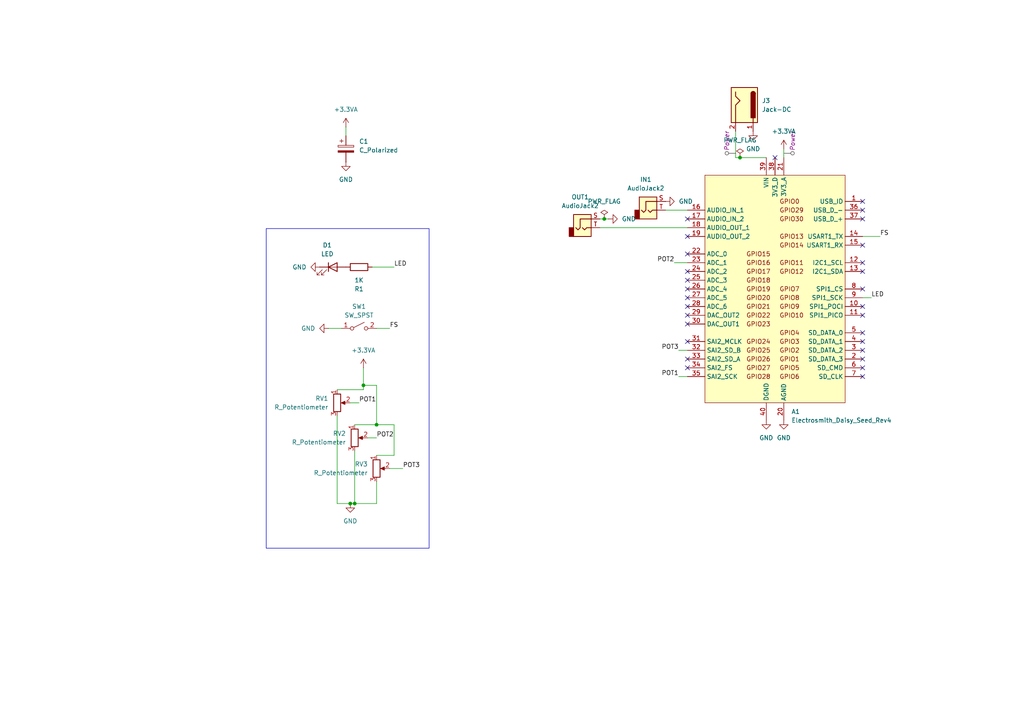
<source format=kicad_sch>
(kicad_sch (version 20231120) (generator "eeschema") (generator_version "8.0")
  (paper "A4")
  (lib_symbols
    (symbol "Connector:Jack-DC" (pin_names (offset 1.016))
      (property "Reference" "J" (at 0 5.334 0))
      (property "Value" "Jack-DC" (at 0 -5.08 0))
      (symbol "Jack-DC_0_1"
        (rectangle (start -5.08 3.81) (end 5.08 -3.81) (stroke (width 0.254)) (fill (type background)))
        (arc (start -3.302 3.175) (mid -3.9343 2.54) (end -3.302 1.905) (stroke (width 0.254)))
        (arc (start -3.302 3.175) (mid -3.9343 2.54) (end -3.302 1.905) (stroke (width 0.254)) (fill (type outline)))
        (polyline (pts (xy 5.08 2.54) (xy 3.81 2.54)) (stroke (width 0.254)))
        (polyline (pts (xy -3.81 -2.54) (xy -2.54 -2.54) (xy -1.27 -1.27) (xy 0 -2.54) (xy 2.54 -2.54) (xy 5.08 -2.54)) (stroke (width 0.254)))
        (rectangle (start 3.683 3.175) (end -3.302 1.905) (stroke (width 0.254)) (fill (type outline)))
      )
      (symbol "Jack-DC_1_1"
        (pin passive line (at 7.62 2.54 180) (length 2.54) (name "~") (number "1"))
        (pin passive line (at 7.62 -2.54 180) (length 2.54) (name "~") (number "2"))
      )
    )
    (symbol "Connector_Audio:AudioJack2"
      (property "Reference" "J" (at 0 8.89 0))
      (property "Value" "AudioJack2" (at 0 6.35 0))
      (symbol "AudioJack2_0_1"
        (rectangle (start -3.81 0) (end -2.54 -2.54) (stroke (width 0.254)) (fill (type outline)))
        (rectangle (start -2.54 3.81) (end 2.54 -2.54) (stroke (width 0.254)) (fill (type background)))
        (polyline (pts (xy 0 0) (xy 0.635 -0.635) (xy 1.27 0) (xy 2.54 0)) (stroke (width 0.254)))
        (polyline (pts (xy 2.54 2.54) (xy -0.635 2.54) (xy -0.635 0) (xy -1.27 -0.635) (xy -1.905 0)) (stroke (width 0.254)))
      )
      (symbol "AudioJack2_1_1"
        (pin passive line (at 5.08 2.54 180) (length 2.54) (name "~") (number "S"))
        (pin passive line (at 5.08 0 180) (length 2.54) (name "~") (number "T"))
      )
    )
    (symbol "Device:C_Polarized" (pin_numbers hide) (pin_names (offset 0.254))
      (property "Reference" "C" (at 0.635 2.54 0))
      (property "Value" "C_Polarized" (at 0.635 -2.54 0))
      (symbol "C_Polarized_0_1"
        (rectangle (start -2.286 0.508) (end 2.286 1.016))
        (polyline (pts (xy -1.778 2.286) (xy -0.762 2.286)))
        (polyline (pts (xy -1.27 2.794) (xy -1.27 1.778)))
        (rectangle (start 2.286 -0.508) (end -2.286 -1.016) (fill (type outline)))
      )
      (symbol "C_Polarized_1_1"
        (pin passive line (at 0 3.81 270) (length 2.794) (name "~") (number "1"))
        (pin passive line (at 0 -3.81 90) (length 2.794) (name "~") (number "2"))
      )
    )
    (symbol "Device:LED" (pin_numbers hide) (pin_names (offset 1.016) hide)
      (property "Reference" "D" (at 0 2.54 0))
      (property "Value" "LED" (at 0 -2.54 0))
      (symbol "LED_0_1"
        (polyline (pts (xy -1.27 -1.27) (xy -1.27 1.27)) (stroke (width 0.254)))
        (polyline (pts (xy -1.27 0) (xy 1.27 0)))
        (polyline (pts (xy 1.27 -1.27) (xy 1.27 1.27) (xy -1.27 0) (xy 1.27 -1.27)) (stroke (width 0.254)))
        (polyline (pts (xy -3.048 -0.762) (xy -4.572 -2.286) (xy -3.81 -2.286) (xy -4.572 -2.286) (xy -4.572 -1.524)))
        (polyline (pts (xy -1.778 -0.762) (xy -3.302 -2.286) (xy -2.54 -2.286) (xy -3.302 -2.286) (xy -3.302 -1.524)))
      )
      (symbol "LED_1_1"
        (pin passive line (at -3.81 0 0) (length 2.54) (name "K") (number "1"))
        (pin passive line (at 3.81 0 180) (length 2.54) (name "A") (number "2"))
      )
    )
    (symbol "Device:R" (pin_numbers hide) (pin_names (offset 0))
      (property "Reference" "R" (at 2.032 0 90))
      (property "Value" "R" (at 0 0 90))
      (symbol "R_0_1"
        (rectangle (start -1.016 -2.54) (end 1.016 2.54) (stroke (width 0.254)))
      )
      (symbol "R_1_1"
        (pin passive line (at 0 3.81 270) (length 1.27) (name "~") (number "1"))
        (pin passive line (at 0 -3.81 90) (length 1.27) (name "~") (number "2"))
      )
    )
    (symbol "Device:R_Potentiometer" (pin_names (offset 1.016) hide)
      (property "Reference" "RV" (at -4.445 0 90))
      (property "Value" "R_Potentiometer" (at -2.54 0 90))
      (symbol "R_Potentiometer_0_1"
        (polyline (pts (xy 2.54 0) (xy 1.524 0)))
        (polyline (pts (xy 1.143 0) (xy 2.286 0.508) (xy 2.286 -0.508) (xy 1.143 0)) (fill (type outline)))
        (rectangle (start 1.016 2.54) (end -1.016 -2.54) (stroke (width 0.254)))
      )
      (symbol "R_Potentiometer_1_1"
        (pin passive line (at 0 3.81 270) (length 1.27) (name "1") (number "1"))
        (pin passive line (at 3.81 0 180) (length 1.27) (name "2") (number "2"))
        (pin passive line (at 0 -3.81 90) (length 1.27) (name "3") (number "3"))
      )
    )
    (symbol "MCU_Module:Electrosmith_Daisy_Seed_Rev4"
      (property "Reference" "A" (at -20.32 34.29 0))
      (property "Value" "Electrosmith_Daisy_Seed_Rev4" (at 33.02 34.29 0))
      (symbol "Electrosmith_Daisy_Seed_Rev4_0_0"
        (text "GPIO0" (at 1.27 25.4 0) (effects (font (size 1.27 1.27)) (justify left)))
        (text "GPIO1" (at 1.27 -20.32 0) (effects (font (size 1.27 1.27)) (justify left)))
        (text "GPIO10" (at 1.27 -7.62 0) (effects (font (size 1.27 1.27)) (justify left)))
        (text "GPIO11" (at 1.27 7.62 0) (effects (font (size 1.27 1.27)) (justify left)))
        (text "GPIO12" (at 1.27 5.08 0) (effects (font (size 1.27 1.27)) (justify left)))
        (text "GPIO13" (at 1.27 15.24 0) (effects (font (size 1.27 1.27)) (justify left)))
        (text "GPIO14" (at 1.27 12.7 0) (effects (font (size 1.27 1.27)) (justify left)))
        (text "GPIO15" (at -1.27 10.16 0) (effects (font (size 1.27 1.27)) (justify right)))
        (text "GPIO16" (at -1.27 7.62 0) (effects (font (size 1.27 1.27)) (justify right)))
        (text "GPIO17" (at -1.27 5.08 0) (effects (font (size 1.27 1.27)) (justify right)))
        (text "GPIO18" (at -1.27 2.54 0) (effects (font (size 1.27 1.27)) (justify right)))
        (text "GPIO19" (at -1.27 0 0) (effects (font (size 1.27 1.27)) (justify right)))
        (text "GPIO2" (at 1.27 -17.78 0) (effects (font (size 1.27 1.27)) (justify left)))
        (text "GPIO20" (at -1.27 -2.54 0) (effects (font (size 1.27 1.27)) (justify right)))
        (text "GPIO21" (at -1.27 -5.08 0) (effects (font (size 1.27 1.27)) (justify right)))
        (text "GPIO22" (at -1.27 -7.62 0) (effects (font (size 1.27 1.27)) (justify right)))
        (text "GPIO23" (at -1.27 -10.16 0) (effects (font (size 1.27 1.27)) (justify right)))
        (text "GPIO24" (at -1.27 -15.24 0) (effects (font (size 1.27 1.27)) (justify right)))
        (text "GPIO25" (at -1.27 -17.78 0) (effects (font (size 1.27 1.27)) (justify right)))
        (text "GPIO26" (at -1.27 -20.32 0) (effects (font (size 1.27 1.27)) (justify right)))
        (text "GPIO27" (at -1.27 -22.86 0) (effects (font (size 1.27 1.27)) (justify right)))
        (text "GPIO28" (at -1.27 -25.4 0) (effects (font (size 1.27 1.27)) (justify right)))
        (text "GPIO29" (at 1.27 22.86 0) (effects (font (size 1.27 1.27)) (justify left)))
        (text "GPIO3" (at 1.27 -15.24 0) (effects (font (size 1.27 1.27)) (justify left)))
        (text "GPIO30" (at 1.27 20.32 0) (effects (font (size 1.27 1.27)) (justify left)))
        (text "GPIO4" (at 1.27 -12.7 0) (effects (font (size 1.27 1.27)) (justify left)))
        (text "GPIO5" (at 1.27 -22.86 0) (effects (font (size 1.27 1.27)) (justify left)))
        (text "GPIO6" (at 1.27 -25.4 0) (effects (font (size 1.27 1.27)) (justify left)))
        (text "GPIO7" (at 1.27 0 0) (effects (font (size 1.27 1.27)) (justify left)))
        (text "GPIO8" (at 1.27 -2.54 0) (effects (font (size 1.27 1.27)) (justify left)))
        (text "GPIO9" (at 1.27 -5.08 0) (effects (font (size 1.27 1.27)) (justify left)))
        (pin bidirectional line (at 25.4 25.4 180) (length 5.08) (name "USB_ID") (number "1"))
        (pin bidirectional line (at 25.4 -5.08 180) (length 5.08) (name "SPI1_POCI") (number "10"))
        (pin bidirectional line (at 25.4 -7.62 180) (length 5.08) (name "SPI1_PICO") (number "11"))
        (pin bidirectional line (at 25.4 7.62 180) (length 5.08) (name "I2C1_SCL") (number "12"))
        (pin bidirectional line (at 25.4 5.08 180) (length 5.08) (name "I2C1_SDA") (number "13"))
        (pin bidirectional line (at 25.4 15.24 180) (length 5.08) (name "USART1_TX") (number "14"))
        (pin bidirectional line (at 25.4 12.7 180) (length 5.08) (name "USART1_RX") (number "15"))
        (pin input line (at -25.4 22.86 0) (length 5.08) (name "AUDIO_IN_1") (number "16"))
        (pin input line (at -25.4 20.32 0) (length 5.08) (name "AUDIO_IN_2") (number "17"))
        (pin output line (at -25.4 17.78 0) (length 5.08) (name "AUDIO_OUT_1") (number "18"))
        (pin output line (at -25.4 15.24 0) (length 5.08) (name "AUDIO_OUT_2") (number "19"))
        (pin bidirectional line (at 25.4 -20.32 180) (length 5.08) (name "SD_DATA_3") (number "2"))
        (pin power_in line (at 2.54 -38.1 90) (length 5.08) (name "AGND") (number "20"))
        (pin power_out line (at 2.54 38.1 270) (length 5.08) (name "3V3_A") (number "21"))
        (pin bidirectional line (at -25.4 10.16 0) (length 5.08) (name "ADC_0") (number "22"))
        (pin bidirectional line (at -25.4 7.62 0) (length 5.08) (name "ADC_1") (number "23"))
        (pin bidirectional line (at -25.4 5.08 0) (length 5.08) (name "ADC_2") (number "24"))
        (pin bidirectional line (at -25.4 2.54 0) (length 5.08) (name "ADC_3") (number "25"))
        (pin bidirectional line (at -25.4 0 0) (length 5.08) (name "ADC_4") (number "26"))
        (pin bidirectional line (at -25.4 -2.54 0) (length 5.08) (name "ADC_5") (number "27"))
        (pin bidirectional line (at -25.4 -5.08 0) (length 5.08) (name "ADC_6") (number "28"))
        (pin bidirectional line (at -25.4 -7.62 0) (length 5.08) (name "DAC_OUT2") (number "29"))
        (pin bidirectional line (at 25.4 -17.78 180) (length 5.08) (name "SD_DATA_2") (number "3"))
        (pin bidirectional line (at -25.4 -10.16 0) (length 5.08) (name "DAC_OUT1") (number "30"))
        (pin bidirectional line (at -25.4 -15.24 0) (length 5.08) (name "SAI2_MCLK") (number "31"))
        (pin bidirectional line (at -25.4 -17.78 0) (length 5.08) (name "SAI2_SD_B") (number "32"))
        (pin bidirectional line (at -25.4 -20.32 0) (length 5.08) (name "SAI2_SD_A") (number "33"))
        (pin bidirectional line (at -25.4 -22.86 0) (length 5.08) (name "SAI2_FS") (number "34"))
        (pin bidirectional line (at -25.4 -25.4 0) (length 5.08) (name "SAI2_SCK") (number "35"))
        (pin bidirectional line (at 25.4 22.86 180) (length 5.08) (name "USB_D_-") (number "36"))
        (pin bidirectional line (at 25.4 20.32 180) (length 5.08) (name "USB_D_+") (number "37"))
        (pin power_out line (at 0 38.1 270) (length 5.08) (name "3V3_D") (number "38"))
        (pin power_in line (at -2.54 38.1 270) (length 5.08) (name "VIN") (number "39"))
        (pin bidirectional line (at 25.4 -15.24 180) (length 5.08) (name "SD_DATA_1") (number "4"))
        (pin power_in line (at -2.54 -38.1 90) (length 5.08) (name "DGND") (number "40"))
        (pin bidirectional line (at 25.4 -12.7 180) (length 5.08) (name "SD_DATA_0") (number "5"))
        (pin bidirectional line (at 25.4 -22.86 180) (length 5.08) (name "SD_CMD") (number "6"))
        (pin bidirectional line (at 25.4 -25.4 180) (length 5.08) (name "SD_CLK") (number "7"))
        (pin bidirectional line (at 25.4 0 180) (length 5.08) (name "SPI1_CS") (number "8"))
        (pin bidirectional line (at 25.4 -2.54 180) (length 5.08) (name "SPI1_SCK") (number "9"))
      )
      (symbol "Electrosmith_Daisy_Seed_Rev4_0_1"
        (rectangle (start -20.32 33.02) (end 20.32 -33.02) (fill (type background)))
      )
    )
    (symbol "Switch:SW_SPST" (pin_names (offset 0) hide)
      (property "Reference" "SW" (at 0 3.175 0))
      (property "Value" "SW_SPST" (at 0 -2.54 0))
      (symbol "SW_SPST_0_0"
        (circle (center -2.032 0) (radius 0.508))
        (polyline (pts (xy -1.524 0.254) (xy 1.524 1.778)))
        (circle (center 2.032 0) (radius 0.508))
      )
      (symbol "SW_SPST_1_1"
        (pin passive line (at -5.08 0 0) (length 2.54) (name "A") (number "1"))
        (pin passive line (at 5.08 0 180) (length 2.54) (name "B") (number "2"))
      )
    )
    (symbol "power:+3.3VA" (power) (pin_numbers hide) (pin_names (offset 0) hide)
      (property "Value" "+3.3VA" (at 0 3.556 0))
      (symbol "+3.3VA_0_1"
        (polyline (pts (xy -0.762 1.27) (xy 0 2.54)))
        (polyline (pts (xy 0 0) (xy 0 2.54)))
        (polyline (pts (xy 0 2.54) (xy 0.762 1.27)))
      )
      (symbol "+3.3VA_1_1"
        (pin power_in line (at 0 0 90) (length 0) (name "~") (number "1"))
      )
    )
    (symbol "power:GND" (power) (pin_numbers hide) (pin_names (offset 0) hide)
      (property "Value" "GND" (at 0 -3.81 0))
      (symbol "GND_0_1"
        (polyline (pts (xy 0 0) (xy 0 -1.27) (xy 1.27 -1.27) (xy 0 -2.54) (xy -1.27 -1.27) (xy 0 -1.27)))
      )
      (symbol "GND_1_1"
        (pin power_in line (at 0 0 270) (length 0) (name "~") (number "1"))
      )
    )
    (symbol "power:PWR_FLAG" (power) (pin_numbers hide) (pin_names (offset 0) hide)
      (property "Value" "PWR_FLAG" (at 0 3.81 0))
      (symbol "PWR_FLAG_0_0"
        (pin power_out line (at 0 0 90) (length 0) (name "~") (number "1"))
      )
      (symbol "PWR_FLAG_0_1"
        (polyline (pts (xy 0 0) (xy 0 1.27) (xy -1.016 1.905) (xy 0 2.54) (xy 1.016 1.905) (xy 0 1.27)))
      )
    )
  )
  (junction (at 109.22 123.19))
  (junction (at 105.41 111.76))
  (junction (at 175.26 63.5))
  (junction (at 102.87 146.05))
  (junction (at 214.63 45.72))
  (junction (at 101.6 146.05))
  (no_connect (at 250.19 76.2))
  (no_connect (at 250.19 78.74))
  (no_connect (at 199.39 86.36))
  (no_connect (at 199.39 99.06))
  (no_connect (at 250.19 58.42))
  (no_connect (at 199.39 91.44))
  (no_connect (at 250.19 60.96))
  (no_connect (at 250.19 109.22))
  (no_connect (at 199.39 106.68))
  (no_connect (at 250.19 71.12))
  (no_connect (at 199.39 83.82))
  (no_connect (at 250.19 88.9))
  (no_connect (at 250.19 91.44))
  (no_connect (at 224.79 45.72))
  (no_connect (at 199.39 63.5))
  (no_connect (at 250.19 106.68))
  (no_connect (at 199.39 93.98))
  (no_connect (at 199.39 68.58))
  (no_connect (at 250.19 99.06))
  (no_connect (at 250.19 104.14))
  (no_connect (at 250.19 83.82))
  (no_connect (at 199.39 81.28))
  (no_connect (at 199.39 104.14))
  (no_connect (at 199.39 88.9))
  (no_connect (at 250.19 96.52))
  (no_connect (at 199.39 78.74))
  (no_connect (at 250.19 101.6))
  (no_connect (at 250.19 63.5))
  (no_connect (at 199.39 73.66))
  (wire (pts (xy 106.68 127) (xy 109.22 127)))
  (wire (pts (xy 113.03 135.89) (xy 116.84 135.89)))
  (wire (pts (xy 195.58 76.2) (xy 199.39 76.2)))
  (wire (pts (xy 213.36 38.1) (xy 213.36 45.72)))
  (wire (pts (xy 97.79 120.65) (xy 97.79 146.05)))
  (wire (pts (xy 101.6 116.84) (xy 104.14 116.84)))
  (wire (pts (xy 100.33 36.83) (xy 100.33 39.37)))
  (wire (pts (xy 95.25 95.25) (xy 99.06 95.25)))
  (wire (pts (xy 196.85 101.6) (xy 199.39 101.6)))
  (wire (pts (xy 105.41 113.03) (xy 105.41 111.76)))
  (wire (pts (xy 109.22 139.7) (xy 109.22 146.05)))
  (wire (pts (xy 102.87 130.81) (xy 102.87 146.05)))
  (wire (pts (xy 227.33 43.18) (xy 227.33 45.72)))
  (wire (pts (xy 105.41 111.76) (xy 105.41 106.68)))
  (wire (pts (xy 97.79 113.03) (xy 105.41 113.03)))
  (wire (pts (xy 175.26 63.5) (xy 176.53 63.5)))
  (wire (pts (xy 109.22 123.19) (xy 109.22 111.76)))
  (wire (pts (xy 97.79 146.05) (xy 101.6 146.05)))
  (wire (pts (xy 173.99 66.04) (xy 199.39 66.04)))
  (wire (pts (xy 214.63 45.72) (xy 213.36 45.72)))
  (wire (pts (xy 196.85 109.22) (xy 199.39 109.22)))
  (wire (pts (xy 109.22 95.25) (xy 113.03 95.25)))
  (wire (pts (xy 250.19 68.58) (xy 255.27 68.58)))
  (wire (pts (xy 222.25 45.72) (xy 214.63 45.72)))
  (wire (pts (xy 102.87 123.19) (xy 109.22 123.19)))
  (wire (pts (xy 101.6 146.05) (xy 102.87 146.05)))
  (wire (pts (xy 114.3 123.19) (xy 109.22 123.19)))
  (wire (pts (xy 193.04 60.96) (xy 199.39 60.96)))
  (wire (pts (xy 109.22 111.76) (xy 105.41 111.76)))
  (wire (pts (xy 114.3 132.08) (xy 114.3 123.19)))
  (wire (pts (xy 173.99 63.5) (xy 175.26 63.5)))
  (wire (pts (xy 102.87 146.05) (xy 109.22 146.05)))
  (wire (pts (xy 107.95 77.47) (xy 114.3 77.47)))
  (wire (pts (xy 250.19 86.36) (xy 252.73 86.36)))
  (wire (pts (xy 109.22 132.08) (xy 114.3 132.08)))
  (rectangle (start 77.216 66.294) (end 124.46 159.004))
  (label "POT2" (at 109.22 127 0))
  (label "POT3" (at 196.85 101.6 180))
  (label "FS" (at 255.27 68.58 0))
  (label "LED" (at 114.3 77.47 0))
  (label "POT3" (at 116.84 135.89 0))
  (label "POT1" (at 196.85 109.22 180))
  (label "POT2" (at 195.58 76.2 180))
  (label "LED" (at 252.73 86.36 0))
  (label "POT1" (at 104.14 116.84 0))
  (label "FS" (at 113.03 95.25 0))
  (netclass_flag "" (length 2.54) (shape round) (at 227.33 44.45 270) (property "Netclass" "Power" (at 229.87 43.7515 90) (effects (font (italic yes)) (justify left))))
  (netclass_flag "" (length 2.54) (shape round) (at 213.36 44.45 90) (property "Netclass" "Power" (at 210.82 43.7515 90) (effects (font (italic yes)) (justify left))))
  (symbol (lib_id "Device:R") (at 104.14 77.47 270) (unit 1)
    (property "Reference" "R1" (at 104.14 83.82 90))
    (property "Value" "1K" (at 104.14 81.28 90))
    (property "Footprint" "Resistor_THT:R_Axial_DIN0207_L6.3mm_D2.5mm_P7.62mm_Horizontal" (effects (hide yes)))
    (property "Description" "Resistor" (effects (hide yes)))
  )
  (symbol (lib_id "MCU_Module:Electrosmith_Daisy_Seed_Rev4") (at 224.79 83.82 0) (unit 1)
    (property "Reference" "A1" (at 229.5241 119.38 0) (effects (justify left)))
    (property "Value" "Electrosmith_Daisy_Seed_Rev4" (at 229.5241 121.92 0) (effects (justify left)))
    (property "Footprint" "Module:Electrosmith_Daisy_Seed" (effects (hide yes)))
    (property "Datasheet" "https://static1.squarespace.com/static/58d03fdc1b10e3bf442567b8/t/6227e6236f02fb68d1577146/1646781988478/Daisy_Seed_datasheet_v1.0.3.pdf" (effects (hide yes)))
    (property "Description" "Daisy is an embedded platform for music." (effects (hide yes)))
  )
  (symbol (lib_id "power:GND") (at 100.33 46.99 0) (unit 1)
    (property "Reference" "#PWR08" (effects (hide yes)))
    (property "Value" "GND" (at 100.33 52.07 0))
    (property "Description" "Power symbol creates a global label with name \"GND\" , ground" (effects (hide yes)))
  )
  (symbol (lib_id "Device:R_Potentiometer") (at 102.87 127 0) (unit 1)
    (property "Reference" "RV2" (at 100.33 125.7299 0) (effects (justify right)))
    (property "Value" "R_Potentiometer" (at 100.33 128.2699 0) (effects (justify right)))
    (property "Footprint" "PedalParts:RV16AF-41" (effects (hide yes)))
    (property "Description" "Potentiometer" (effects (hide yes)))
  )
  (symbol (lib_id "Switch:SW_SPST") (at 104.14 95.25 0) (unit 1)
    (property "Reference" "SW1" (at 104.14 88.9 0))
    (property "Value" "SW_SPST" (at 104.14 91.44 0))
    (property "Footprint" "Connector_Wire:SolderWire-0.5sqmm_1x02_P4.6mm_D0.9mm_OD2.1mm" (effects (hide yes)))
    (property "Description" "Single Pole Single Throw (SPST) switch" (effects (hide yes)))
  )
  (symbol (lib_id "power:+3.3VA") (at 105.41 106.68 0) (unit 1)
    (property "Reference" "#PWR012" (effects (hide yes)))
    (property "Value" "+3.3VA" (at 105.41 101.6 0))
    (property "Description" "Power symbol creates a global label with name \"+3.3VA\"" (effects (hide yes)))
  )
  (symbol (lib_id "power:+3.3VA") (at 100.33 36.83 0) (unit 1)
    (property "Reference" "#PWR07" (effects (hide yes)))
    (property "Value" "+3.3VA" (at 100.33 31.75 0))
    (property "Description" "Power symbol creates a global label with name \"+3.3VA\"" (effects (hide yes)))
  )
  (symbol (lib_id "Connector_Audio:AudioJack2") (at 168.91 66.04 0) (unit 1)
    (property "Reference" "OUT1" (at 168.275 57.15 0))
    (property "Value" "AudioJack2" (at 168.275 59.69 0))
    (property "Footprint" "Connector_Wire:SolderWire-0.5sqmm_1x02_P4.6mm_D0.9mm_OD2.1mm" (effects (hide yes)))
    (property "Description" "Audio Jack, 2 Poles (Mono / TS)" (effects (hide yes)))
  )
  (symbol (lib_id "power:PWR_FLAG") (at 175.26 63.5 0) (unit 1)
    (property "Reference" "#FLG02" (effects (hide yes)))
    (property "Value" "PWR_FLAG" (at 175.26 58.42 0))
    (property "Description" "Special symbol for telling ERC where power comes from" (effects (hide yes)))
  )
  (symbol (lib_id "power:+3.3VA") (at 227.33 43.18 0) (unit 1)
    (property "Reference" "#PWR06" (effects (hide yes)))
    (property "Value" "+3.3VA" (at 227.33 38.1 0))
    (property "Description" "Power symbol creates a global label with name \"+3.3VA\"" (effects (hide yes)))
  )
  (symbol (lib_id "power:GND") (at 227.33 121.92 0) (unit 1)
    (property "Reference" "#PWR05" (effects (hide yes)))
    (property "Value" "GND" (at 227.33 127 0))
    (property "Description" "Power symbol creates a global label with name \"GND\" , ground" (effects (hide yes)))
  )
  (symbol (lib_id "Connector_Audio:AudioJack2") (at 187.96 60.96 0) (unit 1)
    (property "Reference" "IN1" (at 187.325 52.07 0))
    (property "Value" "AudioJack2" (at 187.325 54.61 0))
    (property "Footprint" "Connector_Wire:SolderWire-0.5sqmm_1x02_P4.6mm_D0.9mm_OD2.1mm" (effects (hide yes)))
    (property "Description" "Audio Jack, 2 Poles (Mono / TS)" (effects (hide yes)))
  )
  (symbol (lib_id "power:GND") (at 222.25 121.92 0) (unit 1)
    (property "Reference" "#PWR04" (effects (hide yes)))
    (property "Value" "GND" (at 222.25 127 0))
    (property "Description" "Power symbol creates a global label with name \"GND\" , ground" (effects (hide yes)))
  )
  (symbol (lib_id "Device:C_Polarized") (at 100.33 43.18 0) (unit 1)
    (property "Reference" "C1" (at 104.14 41.0209 0) (effects (justify left)))
    (property "Value" "C_Polarized" (at 104.14 43.5609 0) (effects (justify left)))
    (property "Footprint" "Capacitor_THT:CP_Radial_D10.0mm_P2.50mm" (effects (hide yes)))
    (property "Description" "Polarized capacitor" (effects (hide yes)))
  )
  (symbol (lib_id "power:GND") (at 92.71 77.47 270) (unit 1)
    (property "Reference" "#PWR09" (effects (hide yes)))
    (property "Value" "GND" (at 88.9 77.4701 90) (effects (justify right)))
    (property "Description" "Power symbol creates a global label with name \"GND\" , ground" (effects (hide yes)))
  )
  (symbol (lib_id "Device:LED") (at 96.52 77.47 0) (unit 1)
    (property "Reference" "D1" (at 94.9325 71.12 0))
    (property "Value" "LED" (at 94.9325 73.66 0))
    (property "Footprint" "LED_THT:LED_D5.0mm" (effects (hide yes)))
    (property "Description" "Light emitting diode" (effects (hide yes)))
  )
  (symbol (lib_id "power:GND") (at 176.53 63.5 90) (unit 1)
    (property "Reference" "#PWR01" (effects (hide yes)))
    (property "Value" "GND" (at 180.34 63.4999 90) (effects (justify right)))
    (property "Description" "Power symbol creates a global label with name \"GND\" , ground" (effects (hide yes)))
  )
  (symbol (lib_id "Connector:Jack-DC") (at 215.9 30.48 270) (unit 1)
    (property "Reference" "J3" (at 220.98 29.2099 90) (effects (justify left)))
    (property "Value" "Jack-DC" (at 220.98 31.7499 90) (effects (justify left)))
    (property "Footprint" "Connector_Wire:SolderWire-0.5sqmm_1x02_P4.6mm_D0.9mm_OD2.1mm" (effects (hide yes)))
    (property "Description" "DC Barrel Jack" (effects (hide yes)))
  )
  (symbol (lib_id "Device:R_Potentiometer") (at 109.22 135.89 0) (unit 1)
    (property "Reference" "RV3" (at 106.68 134.6199 0) (effects (justify right)))
    (property "Value" "R_Potentiometer" (at 106.68 137.1599 0) (effects (justify right)))
    (property "Footprint" "PedalParts:RV16AF-41" (effects (hide yes)))
    (property "Description" "Potentiometer" (effects (hide yes)))
  )
  (symbol (lib_id "power:GND") (at 193.04 58.42 90) (unit 1)
    (property "Reference" "#PWR02" (effects (hide yes)))
    (property "Value" "GND" (at 196.85 58.4199 90) (effects (justify right)))
    (property "Description" "Power symbol creates a global label with name \"GND\" , ground" (effects (hide yes)))
  )
  (symbol (lib_id "power:GND") (at 101.6 146.05 0) (unit 1)
    (property "Reference" "#PWR011" (effects (hide yes)))
    (property "Value" "GND" (at 101.6 151.13 0))
    (property "Description" "Power symbol creates a global label with name \"GND\" , ground" (effects (hide yes)))
  )
  (symbol (lib_id "Device:R_Potentiometer") (at 97.79 116.84 0) (unit 1)
    (property "Reference" "RV1" (at 95.25 115.5699 0) (effects (justify right)))
    (property "Value" "R_Potentiometer" (at 95.25 118.1099 0) (effects (justify right)))
    (property "Footprint" "PedalParts:RV16AF-41" (effects (hide yes)))
    (property "Description" "Potentiometer" (effects (hide yes)))
  )
  (symbol (lib_id "power:PWR_FLAG") (at 214.63 45.72 0) (unit 1)
    (property "Reference" "#FLG01" (effects (hide yes)))
    (property "Value" "PWR_FLAG" (at 214.63 40.64 0))
    (property "Description" "Special symbol for telling ERC where power comes from" (effects (hide yes)))
  )
  (symbol (lib_id "power:GND") (at 218.44 38.1 0) (unit 1)
    (property "Reference" "#PWR03" (effects (hide yes)))
    (property "Value" "GND" (at 218.44 43.18 0))
    (property "Description" "Power symbol creates a global label with name \"GND\" , ground" (effects (hide yes)))
  )
  (symbol (lib_id "power:GND") (at 95.25 95.25 270) (unit 1)
    (property "Reference" "#PWR010" (effects (hide yes)))
    (property "Value" "GND" (at 91.44 95.2499 90) (effects (justify right)))
    (property "Description" "Power symbol creates a global label with name \"GND\" , ground" (effects (hide yes)))
  )
)
</source>
